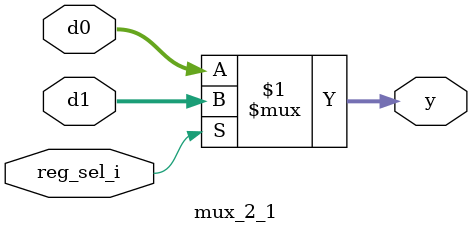
<source format=sv>
module mux_2_1#(parameter n = 32)(
    input logic [n-1:0] d0,
    input logic [n-1:0] d1,
    input logic reg_sel_i,
    output logic [n-1:0] y
);

assign y = reg_sel_i ? (d1):(d0);
    
endmodule
</source>
